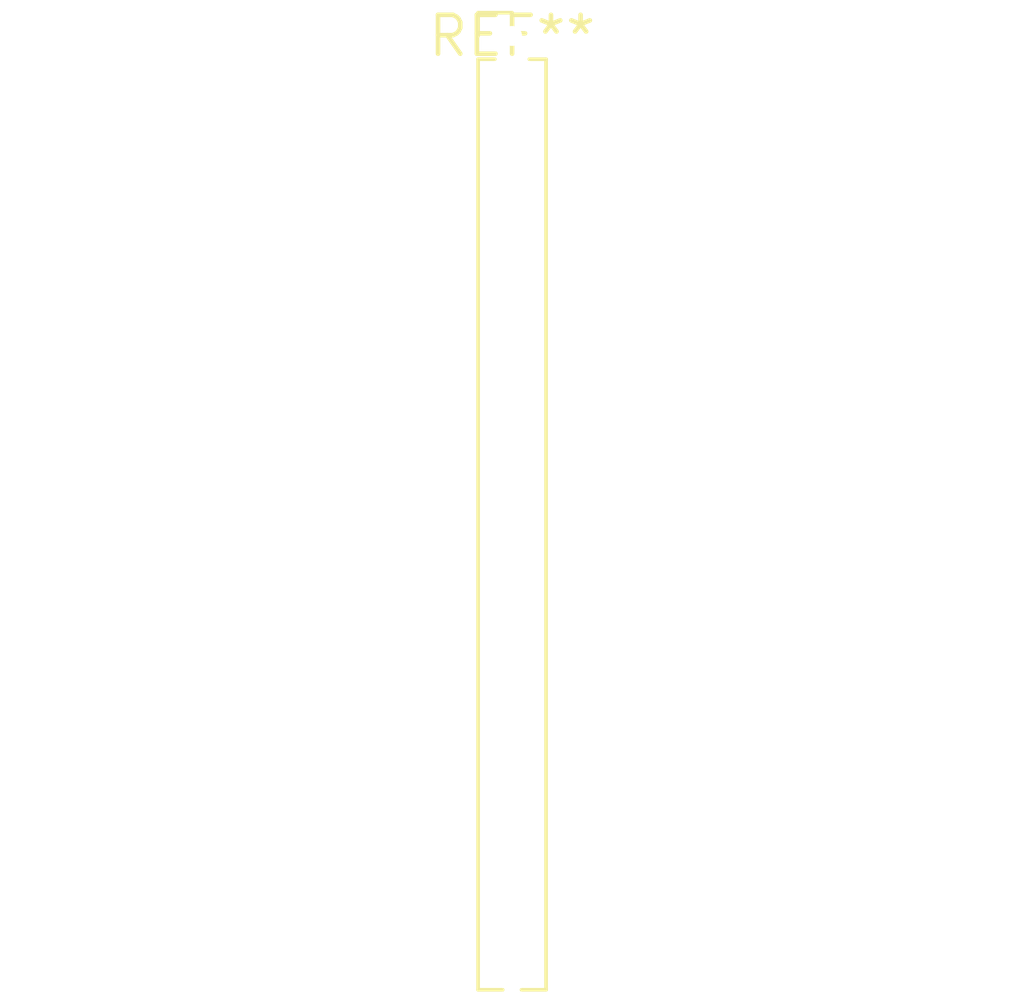
<source format=kicad_pcb>
(kicad_pcb (version 20240108) (generator pcbnew)
  (layers (0 "F.Cu" signal) (31 "B.Cu" signal) (34 "B.Paste" user) (35 "F.Paste" user) (36 "B.SilkS" user "B.Silkscreen") (37 "F.SilkS" user "F.Silkscreen") (38 "B.Mask" user) (39 "F.Mask" user) (44 "Edge.Cuts" user))
  (net 0 "")
  (footprint "PinHeader_1x25_P1.27mm_Vertical" (layer "F.Cu") (at 0 0)
    (property "Reference" "REF**")
    (property "Value" "PinHeader_1x25_P1.27mm_Vertical")
    (fp_line (start -1.11 -0.76) (end 0 -0.76) (layer "F.SilkS") (stroke (width 0.12)))
    (fp_line (start -1.11 0) (end -1.11 -0.76) (layer "F.SilkS") (stroke (width 0.12)))
    (fp_line (start -1.11 0.76) (end -1.11 31.175) (layer "F.SilkS") (stroke (width 0.12)))
    (fp_line (start -1.11 0.76) (end -0.563471 0.76) (layer "F.SilkS") (stroke (width 0.12)))
    (fp_line (start -1.11 31.175) (end -0.30753 31.175) (layer "F.SilkS") (stroke (width 0.12)))
    (fp_line (start 0.30753 31.175) (end 1.11 31.175) (layer "F.SilkS") (stroke (width 0.12)))
    (fp_line (start 0.563471 0.76) (end 1.11 0.76) (layer "F.SilkS") (stroke (width 0.12)))
    (fp_line (start 1.11 0.76) (end 1.11 31.175) (layer "F.SilkS") (stroke (width 0.12)))
    (pad "1" thru_hole rect (at 0 0) (size 1 1) (drill 0.65) (layers *.Cu *.Mask) (remove_unused_layers))
    (pad "2" thru_hole oval (at 0 1.27) (size 1 1) (drill 0.65) (layers *.Cu *.Mask) (remove_unused_layers))
    (pad "3" thru_hole oval (at 0 2.54) (size 1 1) (drill 0.65) (layers *.Cu *.Mask) (remove_unused_layers))
    (pad "4" thru_hole oval (at 0 3.81) (size 1 1) (drill 0.65) (layers *.Cu *.Mask) (remove_unused_layers))
    (pad "5" thru_hole oval (at 0 5.08) (size 1 1) (drill 0.65) (layers *.Cu *.Mask) (remove_unused_layers))
    (pad "6" thru_hole oval (at 0 6.35) (size 1 1) (drill 0.65) (layers *.Cu *.Mask) (remove_unused_layers))
    (pad "7" thru_hole oval (at 0 7.62) (size 1 1) (drill 0.65) (layers *.Cu *.Mask) (remove_unused_layers))
    (pad "8" thru_hole oval (at 0 8.89) (size 1 1) (drill 0.65) (layers *.Cu *.Mask) (remove_unused_layers))
    (pad "9" thru_hole oval (at 0 10.16) (size 1 1) (drill 0.65) (layers *.Cu *.Mask) (remove_unused_layers))
    (pad "10" thru_hole oval (at 0 11.43) (size 1 1) (drill 0.65) (layers *.Cu *.Mask) (remove_unused_layers))
    (pad "11" thru_hole oval (at 0 12.7) (size 1 1) (drill 0.65) (layers *.Cu *.Mask) (remove_unused_layers))
    (pad "12" thru_hole oval (at 0 13.97) (size 1 1) (drill 0.65) (layers *.Cu *.Mask) (remove_unused_layers))
    (pad "13" thru_hole oval (at 0 15.24) (size 1 1) (drill 0.65) (layers *.Cu *.Mask) (remove_unused_layers))
    (pad "14" thru_hole oval (at 0 16.51) (size 1 1) (drill 0.65) (layers *.Cu *.Mask) (remove_unused_layers))
    (pad "15" thru_hole oval (at 0 17.78) (size 1 1) (drill 0.65) (layers *.Cu *.Mask) (remove_unused_layers))
    (pad "16" thru_hole oval (at 0 19.05) (size 1 1) (drill 0.65) (layers *.Cu *.Mask) (remove_unused_layers))
    (pad "17" thru_hole oval (at 0 20.32) (size 1 1) (drill 0.65) (layers *.Cu *.Mask) (remove_unused_layers))
    (pad "18" thru_hole oval (at 0 21.59) (size 1 1) (drill 0.65) (layers *.Cu *.Mask) (remove_unused_layers))
    (pad "19" thru_hole oval (at 0 22.86) (size 1 1) (drill 0.65) (layers *.Cu *.Mask) (remove_unused_layers))
    (pad "20" thru_hole oval (at 0 24.13) (size 1 1) (drill 0.65) (layers *.Cu *.Mask) (remove_unused_layers))
    (pad "21" thru_hole oval (at 0 25.4) (size 1 1) (drill 0.65) (layers *.Cu *.Mask) (remove_unused_layers))
    (pad "22" thru_hole oval (at 0 26.67) (size 1 1) (drill 0.65) (layers *.Cu *.Mask) (remove_unused_layers))
    (pad "23" thru_hole oval (at 0 27.94) (size 1 1) (drill 0.65) (layers *.Cu *.Mask) (remove_unused_layers))
    (pad "24" thru_hole oval (at 0 29.21) (size 1 1) (drill 0.65) (layers *.Cu *.Mask) (remove_unused_layers))
    (pad "25" thru_hole oval (at 0 30.48) (size 1 1) (drill 0.65) (layers *.Cu *.Mask) (remove_unused_layers))
  )
)
</source>
